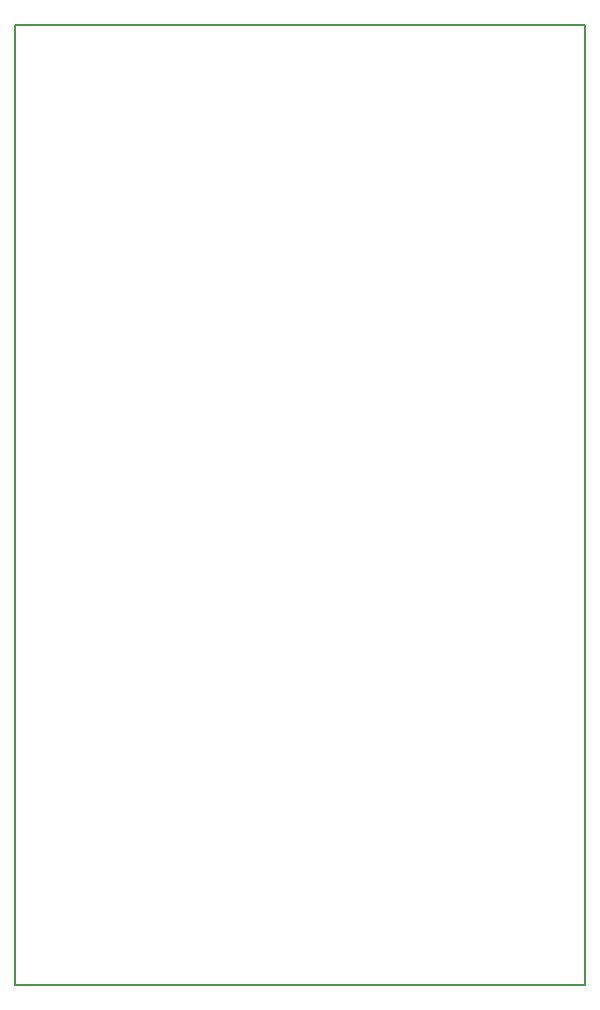
<source format=gbr>
G04 #@! TF.FileFunction,Profile,NP*
%FSLAX46Y46*%
G04 Gerber Fmt 4.6, Leading zero omitted, Abs format (unit mm)*
G04 Created by KiCad (PCBNEW 4.0.7-e2-6376~58~ubuntu16.04.1) date Mon Apr 30 10:34:26 2018*
%MOMM*%
%LPD*%
G01*
G04 APERTURE LIST*
%ADD10C,0.100000*%
%ADD11C,0.150000*%
G04 APERTURE END LIST*
D10*
D11*
X172720000Y-96520000D02*
X124460000Y-96520000D01*
X172720000Y-177800000D02*
X172720000Y-96520000D01*
X124460000Y-177800000D02*
X172720000Y-177800000D01*
X124460000Y-96520000D02*
X124460000Y-177800000D01*
M02*

</source>
